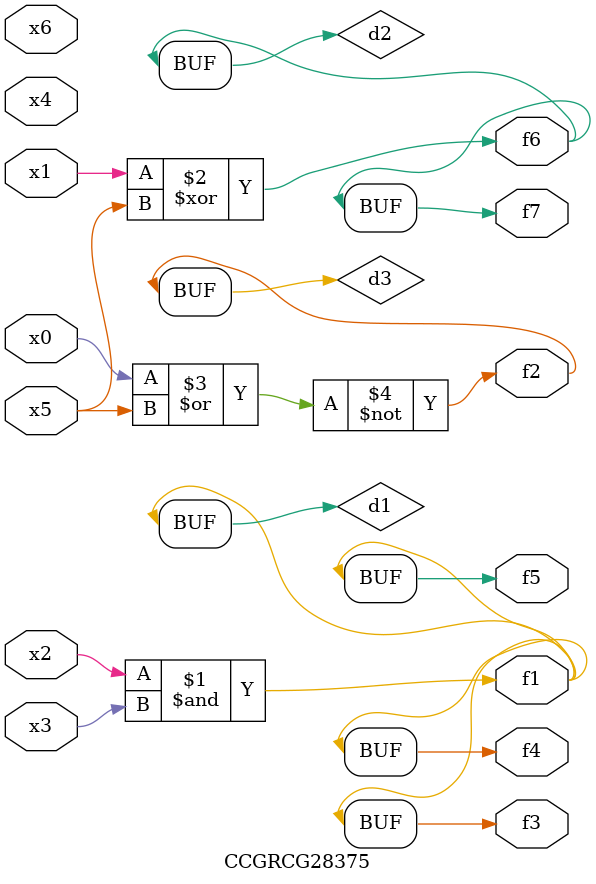
<source format=v>
module CCGRCG28375(
	input x0, x1, x2, x3, x4, x5, x6,
	output f1, f2, f3, f4, f5, f6, f7
);

	wire d1, d2, d3;

	and (d1, x2, x3);
	xor (d2, x1, x5);
	nor (d3, x0, x5);
	assign f1 = d1;
	assign f2 = d3;
	assign f3 = d1;
	assign f4 = d1;
	assign f5 = d1;
	assign f6 = d2;
	assign f7 = d2;
endmodule

</source>
